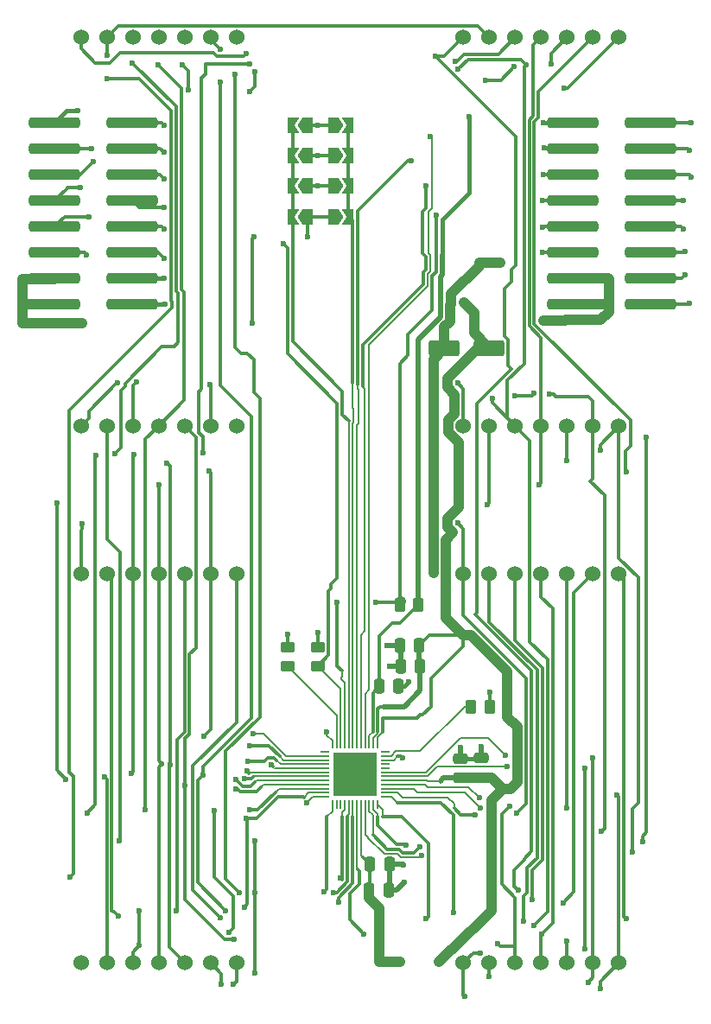
<source format=gbr>
%TF.GenerationSoftware,KiCad,Pcbnew,8.0.5*%
%TF.CreationDate,2025-02-27T20:45:01-08:00*%
%TF.ProjectId,ledaray,6c656461-7261-4792-9e6b-696361645f70,rev?*%
%TF.SameCoordinates,Original*%
%TF.FileFunction,Copper,L1,Top*%
%TF.FilePolarity,Positive*%
%FSLAX46Y46*%
G04 Gerber Fmt 4.6, Leading zero omitted, Abs format (unit mm)*
G04 Created by KiCad (PCBNEW 8.0.5) date 2025-02-27 20:45:01*
%MOMM*%
%LPD*%
G01*
G04 APERTURE LIST*
G04 Aperture macros list*
%AMRoundRect*
0 Rectangle with rounded corners*
0 $1 Rounding radius*
0 $2 $3 $4 $5 $6 $7 $8 $9 X,Y pos of 4 corners*
0 Add a 4 corners polygon primitive as box body*
4,1,4,$2,$3,$4,$5,$6,$7,$8,$9,$2,$3,0*
0 Add four circle primitives for the rounded corners*
1,1,$1+$1,$2,$3*
1,1,$1+$1,$4,$5*
1,1,$1+$1,$6,$7*
1,1,$1+$1,$8,$9*
0 Add four rect primitives between the rounded corners*
20,1,$1+$1,$2,$3,$4,$5,0*
20,1,$1+$1,$4,$5,$6,$7,0*
20,1,$1+$1,$6,$7,$8,$9,0*
20,1,$1+$1,$8,$9,$2,$3,0*%
%AMFreePoly0*
4,1,6,1.000000,0.000000,0.500000,-0.750000,-0.500000,-0.750000,-0.500000,0.750000,0.500000,0.750000,1.000000,0.000000,1.000000,0.000000,$1*%
%AMFreePoly1*
4,1,6,0.500000,-0.750000,-0.650000,-0.750000,-0.150000,0.000000,-0.650000,0.750000,0.500000,0.750000,0.500000,-0.750000,0.500000,-0.750000,$1*%
G04 Aperture macros list end*
%TA.AperFunction,SMDPad,CuDef*%
%ADD10FreePoly0,0.000000*%
%TD*%
%TA.AperFunction,SMDPad,CuDef*%
%ADD11FreePoly1,0.000000*%
%TD*%
%TA.AperFunction,SMDPad,CuDef*%
%ADD12FreePoly0,180.000000*%
%TD*%
%TA.AperFunction,SMDPad,CuDef*%
%ADD13FreePoly1,180.000000*%
%TD*%
%TA.AperFunction,SMDPad,CuDef*%
%ADD14RoundRect,0.250000X0.475000X-0.250000X0.475000X0.250000X-0.475000X0.250000X-0.475000X-0.250000X0*%
%TD*%
%TA.AperFunction,SMDPad,CuDef*%
%ADD15RoundRect,0.250000X-0.250000X-0.475000X0.250000X-0.475000X0.250000X0.475000X-0.250000X0.475000X0*%
%TD*%
%TA.AperFunction,SMDPad,CuDef*%
%ADD16RoundRect,0.250000X-0.262500X-0.450000X0.262500X-0.450000X0.262500X0.450000X-0.262500X0.450000X0*%
%TD*%
%TA.AperFunction,SMDPad,CuDef*%
%ADD17RoundRect,0.050000X-0.375000X-0.050000X0.375000X-0.050000X0.375000X0.050000X-0.375000X0.050000X0*%
%TD*%
%TA.AperFunction,SMDPad,CuDef*%
%ADD18RoundRect,0.050000X-0.050000X-0.375000X0.050000X-0.375000X0.050000X0.375000X-0.050000X0.375000X0*%
%TD*%
%TA.AperFunction,HeatsinkPad*%
%ADD19R,4.200000X4.200000*%
%TD*%
%TA.AperFunction,SMDPad,CuDef*%
%ADD20RoundRect,0.250000X0.262500X0.450000X-0.262500X0.450000X-0.262500X-0.450000X0.262500X-0.450000X0*%
%TD*%
%TA.AperFunction,SMDPad,CuDef*%
%ADD21RoundRect,0.250000X0.450000X-0.262500X0.450000X0.262500X-0.450000X0.262500X-0.450000X-0.262500X0*%
%TD*%
%TA.AperFunction,SMDPad,CuDef*%
%ADD22RoundRect,0.250000X0.250000X0.475000X-0.250000X0.475000X-0.250000X-0.475000X0.250000X-0.475000X0*%
%TD*%
%TA.AperFunction,SMDPad,CuDef*%
%ADD23RoundRect,0.250000X1.250000X0.550000X-1.250000X0.550000X-1.250000X-0.550000X1.250000X-0.550000X0*%
%TD*%
%TA.AperFunction,SMDPad,CuDef*%
%ADD24RoundRect,0.255000X-2.245000X-0.255000X2.245000X-0.255000X2.245000X0.255000X-2.245000X0.255000X0*%
%TD*%
%TA.AperFunction,ComponentPad*%
%ADD25C,1.524000*%
%TD*%
%TA.AperFunction,ViaPad*%
%ADD26C,0.600000*%
%TD*%
%TA.AperFunction,Conductor*%
%ADD27C,1.000000*%
%TD*%
%TA.AperFunction,Conductor*%
%ADD28C,0.400000*%
%TD*%
%TA.AperFunction,Conductor*%
%ADD29C,0.500000*%
%TD*%
%TA.AperFunction,Conductor*%
%ADD30C,0.300000*%
%TD*%
%TA.AperFunction,Conductor*%
%ADD31C,0.200000*%
%TD*%
G04 APERTURE END LIST*
D10*
%TO.P,JP10,1,A*%
%TO.N,/VCC*%
X103550002Y-60000000D03*
D11*
%TO.P,JP10,2,B*%
%TO.N,/ADDR1*%
X105000000Y-60000000D03*
%TD*%
D10*
%TO.P,JP9,1,A*%
%TO.N,/SDA*%
X103550002Y-57000000D03*
D11*
%TO.P,JP9,2,B*%
%TO.N,/ADDR1*%
X105000000Y-57000000D03*
%TD*%
D10*
%TO.P,JP8,1,A*%
%TO.N,/SCL*%
X103550001Y-54000000D03*
D11*
%TO.P,JP8,2,B*%
%TO.N,/ADDR1*%
X104999999Y-54000000D03*
%TD*%
D10*
%TO.P,JP7,1,A*%
%TO.N,GND*%
X103550002Y-51000000D03*
D11*
%TO.P,JP7,2,B*%
%TO.N,/ADDR1*%
X105000000Y-51000000D03*
%TD*%
D12*
%TO.P,JP6,1,A*%
%TO.N,/VCC*%
X100999999Y-60000000D03*
D13*
%TO.P,JP6,2,B*%
%TO.N,/ADDR2*%
X99550001Y-60000000D03*
%TD*%
D12*
%TO.P,JP5,1,A*%
%TO.N,/SDA*%
X101000000Y-57000000D03*
D13*
%TO.P,JP5,2,B*%
%TO.N,/ADDR2*%
X99550002Y-57000000D03*
%TD*%
D12*
%TO.P,JP4,1,A*%
%TO.N,/SCL*%
X100999999Y-54000000D03*
D13*
%TO.P,JP4,2,B*%
%TO.N,/ADDR2*%
X99550001Y-54000000D03*
%TD*%
D12*
%TO.P,JP3,1,A*%
%TO.N,GND*%
X101000000Y-51000000D03*
D13*
%TO.P,JP3,2,B*%
%TO.N,/ADDR2*%
X99550002Y-51000000D03*
%TD*%
D14*
%TO.P,C3,1*%
%TO.N,/VCC*%
X118000000Y-114949999D03*
%TO.P,C3,2*%
%TO.N,GND*%
X118000000Y-113050001D03*
%TD*%
D15*
%TO.P,C2,1*%
%TO.N,/VIO*%
X108000000Y-106000000D03*
%TO.P,C2,2*%
%TO.N,GND*%
X109900000Y-106000000D03*
%TD*%
%TO.P,C4,1*%
%TO.N,/VCC*%
X107100002Y-123449999D03*
%TO.P,C4,2*%
%TO.N,GND*%
X109000000Y-123449999D03*
%TD*%
%TO.P,C6,1*%
%TO.N,/VCC*%
X107000000Y-126000000D03*
%TO.P,C6,2*%
%TO.N,GND*%
X108899998Y-126000000D03*
%TD*%
D16*
%TO.P,R2,1*%
%TO.N,/ISET*%
X117000000Y-108000000D03*
%TO.P,R2,2*%
%TO.N,GND*%
X118825000Y-108000000D03*
%TD*%
D17*
%TO.P,U1,1,NC*%
%TO.N,unconnected-(U1-NC-Pad1)*%
X102675000Y-112425000D03*
%TO.P,U1,2,SW1*%
%TO.N,/SW1*%
X102675000Y-112825000D03*
%TO.P,U1,3,SW2*%
%TO.N,/SW2*%
X102675000Y-113225000D03*
%TO.P,U1,4,SW3*%
%TO.N,/SW3*%
X102675000Y-113625000D03*
%TO.P,U1,5,PGND*%
%TO.N,GND*%
X102675000Y-114025000D03*
%TO.P,U1,6,SW4*%
%TO.N,/SW4*%
X102675000Y-114425000D03*
%TO.P,U1,7,SW5*%
%TO.N,/SW5*%
X102675000Y-114825000D03*
%TO.P,U1,8,SW6*%
%TO.N,/SW6*%
X102675000Y-115225000D03*
%TO.P,U1,9,SW7*%
%TO.N,/SW7*%
X102675000Y-115625000D03*
%TO.P,U1,10,SW8*%
%TO.N,/SW8*%
X102675000Y-116025000D03*
%TO.P,U1,11,SW9*%
%TO.N,/SW9*%
X102675000Y-116425000D03*
%TO.P,U1,12,PGND*%
%TO.N,GND*%
X102675000Y-116825000D03*
D18*
%TO.P,U1,13,SW10*%
%TO.N,/SW10*%
X103425000Y-117575000D03*
%TO.P,U1,14,SW11*%
%TO.N,/SW11*%
X103825000Y-117575000D03*
%TO.P,U1,15,SW12*%
%TO.N,/SW12*%
X104225000Y-117575000D03*
%TO.P,U1,16,CS1*%
%TO.N,/CS1*%
X104625000Y-117575000D03*
%TO.P,U1,17,CS2*%
%TO.N,/CS2*%
X105025000Y-117575000D03*
%TO.P,U1,18,CS3*%
%TO.N,/CS3*%
X105425000Y-117575000D03*
%TO.P,U1,19,CS4*%
%TO.N,/CS4*%
X105825000Y-117575000D03*
%TO.P,U1,20,PVCC*%
%TO.N,/VCC*%
X106225000Y-117575000D03*
%TO.P,U1,21,CS5*%
%TO.N,/CS5*%
X106625000Y-117575000D03*
%TO.P,U1,22,CS6*%
%TO.N,/CS6*%
X107025000Y-117575000D03*
%TO.P,U1,23,CS7*%
%TO.N,/CS7*%
X107425000Y-117575000D03*
%TO.P,U1,24,CS8*%
%TO.N,/CS8*%
X107825000Y-117575000D03*
D17*
%TO.P,U1,25,CS9*%
%TO.N,/CS9*%
X108575000Y-116825000D03*
%TO.P,U1,26,CS10*%
%TO.N,/CS10*%
X108575000Y-116425000D03*
%TO.P,U1,27,CS11*%
%TO.N,/CS11*%
X108575000Y-116025000D03*
%TO.P,U1,28,CS12*%
%TO.N,/CS12*%
X108575000Y-115625000D03*
%TO.P,U1,29,PVCC*%
%TO.N,/VCC*%
X108575000Y-115225000D03*
%TO.P,U1,30,CS13*%
%TO.N,/CS13*%
X108575000Y-114825000D03*
%TO.P,U1,31,CS14*%
%TO.N,/CS14*%
X108575000Y-114425000D03*
%TO.P,U1,32,CS15*%
%TO.N,/CS15*%
X108575000Y-114025000D03*
%TO.P,U1,33,CS16*%
%TO.N,/CS16*%
X108575000Y-113625000D03*
%TO.P,U1,34,AGND*%
%TO.N,GND*%
X108575000Y-113225000D03*
%TO.P,U1,35,RSET*%
%TO.N,/ISET*%
X108575000Y-112825000D03*
%TO.P,U1,36,NC*%
%TO.N,unconnected-(U1-NC-Pad36)*%
X108575000Y-112425000D03*
D18*
%TO.P,U1,37,AVCC*%
%TO.N,/VCC*%
X107825000Y-111675000D03*
%TO.P,U1,38,DVCC*%
X107425000Y-111675000D03*
%TO.P,U1,39,VIO*%
%TO.N,/VIO*%
X107025000Y-111675000D03*
%TO.P,U1,40,SYNC*%
%TO.N,/SYNC*%
X106625000Y-111675000D03*
%TO.P,U1,41,SDA*%
%TO.N,/SDA*%
X106225000Y-111675000D03*
%TO.P,U1,42,SCL*%
%TO.N,/SCL*%
X105825000Y-111675000D03*
%TO.P,U1,43,ADDR1*%
%TO.N,/ADDR1*%
X105425000Y-111675000D03*
%TO.P,U1,44,ADDR2*%
%TO.N,/ADDR2*%
X105025000Y-111675000D03*
%TO.P,U1,45,~{INTB}*%
%TO.N,/~{INTB}*%
X104625000Y-111675000D03*
%TO.P,U1,46,~{SDB}*%
%TO.N,/~{SDB}*%
X104225000Y-111675000D03*
%TO.P,U1,47,IICRST*%
%TO.N,Net-(U1-IICRST)*%
X103825000Y-111675000D03*
%TO.P,U1,48,GND*%
%TO.N,GND*%
X103425000Y-111675000D03*
D19*
%TO.P,U1,49,GND*%
X105625000Y-114625000D03*
%TD*%
D20*
%TO.P,R3,1*%
%TO.N,/VIO*%
X111825000Y-98000000D03*
%TO.P,R3,2*%
%TO.N,/~{INTB}*%
X110000000Y-98000000D03*
%TD*%
D21*
%TO.P,R1,2*%
%TO.N,GND*%
X99000000Y-102175000D03*
%TO.P,R1,1*%
%TO.N,Net-(U1-IICRST)*%
X99000000Y-104000000D03*
%TD*%
D22*
%TO.P,C5,1*%
%TO.N,/VCC*%
X112000000Y-104000000D03*
%TO.P,C5,2*%
%TO.N,GND*%
X110100002Y-104000000D03*
%TD*%
D14*
%TO.P,C8,1*%
%TO.N,/VCC*%
X116000000Y-115000000D03*
%TO.P,C8,2*%
%TO.N,GND*%
X116000000Y-113100002D03*
%TD*%
D22*
%TO.P,C7,1*%
%TO.N,/VCC*%
X111899998Y-102000000D03*
%TO.P,C7,2*%
%TO.N,GND*%
X110000000Y-102000000D03*
%TD*%
D23*
%TO.P,C9,1*%
%TO.N,/VCC*%
X118800000Y-72900000D03*
%TO.P,C9,2*%
%TO.N,GND*%
X114400000Y-72900000D03*
%TD*%
D24*
%TO.P,J1,1,Pin_1*%
%TO.N,/VIO*%
X127000000Y-50800000D03*
%TO.P,J1,2,Pin_2*%
%TO.N,GND*%
X134600000Y-50800000D03*
%TO.P,J1,3,Pin_3*%
%TO.N,/SYNC*%
X127000000Y-53340000D03*
%TO.P,J1,4,Pin_4*%
%TO.N,GND*%
X134600000Y-53340000D03*
%TO.P,J1,5,Pin_5*%
%TO.N,/SCL*%
X127000000Y-55880000D03*
%TO.P,J1,6,Pin_6*%
%TO.N,GND*%
X134600000Y-55880000D03*
%TO.P,J1,7,Pin_7*%
%TO.N,/SDA*%
X127000000Y-58420000D03*
%TO.P,J1,8,Pin_8*%
%TO.N,GND*%
X134600000Y-58420000D03*
%TO.P,J1,9,Pin_9*%
%TO.N,/~{INTB}*%
X127000000Y-60960000D03*
%TO.P,J1,10,Pin_10*%
%TO.N,GND*%
X134600000Y-60960000D03*
%TO.P,J1,11,Pin_11*%
%TO.N,/~{SDB}*%
X127000000Y-63500000D03*
%TO.P,J1,12,Pin_12*%
%TO.N,GND*%
X134600000Y-63500000D03*
%TO.P,J1,13,Pin_13*%
%TO.N,/VCC*%
X127000000Y-66040000D03*
%TO.P,J1,14,Pin_14*%
%TO.N,GND*%
X134600000Y-66040000D03*
%TO.P,J1,15,Pin_15*%
%TO.N,/VCC*%
X127000000Y-68580000D03*
%TO.P,J1,16,Pin_16*%
%TO.N,GND*%
X134600000Y-68580000D03*
%TD*%
D21*
%TO.P,R4,1*%
%TO.N,/~{SDB}*%
X102000000Y-104000000D03*
%TO.P,R4,2*%
%TO.N,GND*%
X102000000Y-102175000D03*
%TD*%
D24*
%TO.P,J3,1,Pin_1*%
%TO.N,/VIO*%
X76200000Y-50800000D03*
%TO.P,J3,2,Pin_2*%
%TO.N,GND*%
X83800000Y-50800000D03*
%TO.P,J3,3,Pin_3*%
%TO.N,/SYNC*%
X76200000Y-53340000D03*
%TO.P,J3,4,Pin_4*%
%TO.N,GND*%
X83800000Y-53340000D03*
%TO.P,J3,5,Pin_5*%
%TO.N,/SCL*%
X76200000Y-55880000D03*
%TO.P,J3,6,Pin_6*%
%TO.N,GND*%
X83800000Y-55880000D03*
%TO.P,J3,7,Pin_7*%
%TO.N,/SDA*%
X76200000Y-58420000D03*
%TO.P,J3,8,Pin_8*%
%TO.N,GND*%
X83800000Y-58420000D03*
%TO.P,J3,9,Pin_9*%
%TO.N,/~{INTB}*%
X76200000Y-60960000D03*
%TO.P,J3,10,Pin_10*%
%TO.N,GND*%
X83800000Y-60960000D03*
%TO.P,J3,11,Pin_11*%
%TO.N,/~{SDB}*%
X76200000Y-63500000D03*
%TO.P,J3,12,Pin_12*%
%TO.N,GND*%
X83800000Y-63500000D03*
%TO.P,J3,13,Pin_13*%
%TO.N,/VCC*%
X76200000Y-66040000D03*
%TO.P,J3,14,Pin_14*%
%TO.N,GND*%
X83800000Y-66040000D03*
%TO.P,J3,15,Pin_15*%
%TO.N,/VCC*%
X76200000Y-68580000D03*
%TO.P,J3,16,Pin_16*%
%TO.N,GND*%
X83800000Y-68580000D03*
%TD*%
D25*
%TO.P,U2,1,R5*%
%TO.N,/CS5*%
X131500000Y-80500000D03*
%TO.P,U2,2,R7*%
%TO.N,/CS7*%
X128960000Y-80500000D03*
%TO.P,U2,3,C2*%
%TO.N,/SW2*%
X126420000Y-80500000D03*
%TO.P,U2,4,C3*%
%TO.N,/SW3*%
X123880000Y-80500000D03*
%TO.P,U2,5,R4*%
%TO.N,/CS4*%
X121340000Y-80500000D03*
%TO.P,U2,6,C5*%
%TO.N,/SW5*%
X118800000Y-80500000D03*
%TO.P,U2,7,R6*%
%TO.N,/CS6*%
X116260000Y-80500000D03*
%TO.P,U2,8,R3*%
%TO.N,/CS3*%
X116260000Y-42400000D03*
%TO.P,U2,9,R1*%
%TO.N,/CS1*%
X118800000Y-42400000D03*
%TO.P,U2,10,C4*%
%TO.N,/SW4*%
X121340000Y-42400000D03*
%TO.P,U2,11,C3*%
%TO.N,/SW3*%
X123880000Y-42400000D03*
%TO.P,U2,12,R4*%
%TO.N,/CS4*%
X126420000Y-42400000D03*
%TO.P,U2,13,C1*%
%TO.N,/SW1*%
X128960000Y-42400000D03*
%TO.P,U2,14,R2*%
%TO.N,/CS2*%
X131500000Y-42400000D03*
%TD*%
%TO.P,U5,1,R5*%
%TO.N,/CS12*%
X131500000Y-133100000D03*
%TO.P,U5,2,R7*%
%TO.N,/CS14*%
X128960000Y-133100000D03*
%TO.P,U5,3,C2*%
%TO.N,/SW7*%
X126420000Y-133100000D03*
%TO.P,U5,4,C3*%
%TO.N,/SW8*%
X123880000Y-133100000D03*
%TO.P,U5,5,R4*%
%TO.N,/CS11*%
X121340000Y-133100000D03*
%TO.P,U5,6,C5*%
%TO.N,/SW10*%
X118800000Y-133100000D03*
%TO.P,U5,7,R6*%
%TO.N,/CS13*%
X116260000Y-133100000D03*
%TO.P,U5,8,R3*%
%TO.N,/CS10*%
X116260000Y-95000000D03*
%TO.P,U5,9,R1*%
%TO.N,/CS8*%
X118800000Y-95000000D03*
%TO.P,U5,10,C4*%
%TO.N,/SW9*%
X121340000Y-95000000D03*
%TO.P,U5,11,C3*%
%TO.N,/SW8*%
X123880000Y-95000000D03*
%TO.P,U5,12,R4*%
%TO.N,/CS11*%
X126420000Y-95000000D03*
%TO.P,U5,13,C1*%
%TO.N,/SW6*%
X128960000Y-95000000D03*
%TO.P,U5,14,R2*%
%TO.N,/CS9*%
X131500000Y-95000000D03*
%TD*%
%TO.P,U3,1,R5*%
%TO.N,/CS5*%
X94000000Y-80500000D03*
%TO.P,U3,2,R7*%
%TO.N,/CS7*%
X91460000Y-80500000D03*
%TO.P,U3,3,C2*%
%TO.N,/SW7*%
X88920000Y-80500000D03*
%TO.P,U3,4,C3*%
%TO.N,/SW8*%
X86380000Y-80500000D03*
%TO.P,U3,5,R4*%
%TO.N,/CS4*%
X83840000Y-80500000D03*
%TO.P,U3,6,C5*%
%TO.N,/SW10*%
X81300000Y-80500000D03*
%TO.P,U3,7,R6*%
%TO.N,/CS6*%
X78760000Y-80500000D03*
%TO.P,U3,8,R3*%
%TO.N,/CS3*%
X78760000Y-42400000D03*
%TO.P,U3,9,R1*%
%TO.N,/CS1*%
X81300000Y-42400000D03*
%TO.P,U3,10,C4*%
%TO.N,/SW9*%
X83840000Y-42400000D03*
%TO.P,U3,11,C3*%
%TO.N,/SW8*%
X86380000Y-42400000D03*
%TO.P,U3,12,R4*%
%TO.N,/CS4*%
X88920000Y-42400000D03*
%TO.P,U3,13,C1*%
%TO.N,/SW6*%
X91460000Y-42400000D03*
%TO.P,U3,14,R2*%
%TO.N,/CS2*%
X94000000Y-42400000D03*
%TD*%
%TO.P,U4,1,R5*%
%TO.N,/CS12*%
X94000000Y-133100000D03*
%TO.P,U4,2,R7*%
%TO.N,/CS14*%
X91460000Y-133100000D03*
%TO.P,U4,3,C2*%
%TO.N,/SW2*%
X88920000Y-133100000D03*
%TO.P,U4,4,C3*%
%TO.N,/SW3*%
X86380000Y-133100000D03*
%TO.P,U4,5,R4*%
%TO.N,/CS11*%
X83840000Y-133100000D03*
%TO.P,U4,6,C5*%
%TO.N,/SW5*%
X81300000Y-133100000D03*
%TO.P,U4,7,R6*%
%TO.N,/CS13*%
X78760000Y-133100000D03*
%TO.P,U4,8,R3*%
%TO.N,/CS10*%
X78760000Y-95000000D03*
%TO.P,U4,9,R1*%
%TO.N,/CS8*%
X81300000Y-95000000D03*
%TO.P,U4,10,C4*%
%TO.N,/SW4*%
X83840000Y-95000000D03*
%TO.P,U4,11,C3*%
%TO.N,/SW3*%
X86380000Y-95000000D03*
%TO.P,U4,12,R4*%
%TO.N,/CS11*%
X88920000Y-95000000D03*
%TO.P,U4,13,C1*%
%TO.N,/SW1*%
X91460000Y-95000000D03*
%TO.P,U4,14,R2*%
%TO.N,/CS9*%
X94000000Y-95000000D03*
%TD*%
D26*
%TO.N,GND*%
X115999995Y-112000005D03*
X110400000Y-123500000D03*
X108800000Y-102000000D03*
X109000000Y-104000000D03*
%TO.N,/VCC*%
X95700000Y-62000000D03*
%TO.N,/~{INTB}*%
X113600000Y-59800000D03*
%TO.N,/VCC*%
X95600000Y-70400000D03*
%TO.N,/~{SDB}*%
X98600000Y-62650000D03*
%TO.N,/SCL*%
X111100000Y-54500000D03*
%TO.N,/SDA*%
X112560091Y-57000000D03*
X78740000Y-57150000D03*
%TO.N,/SCL*%
X80010000Y-54610000D03*
%TO.N,GND*%
X102000000Y-51000000D03*
%TO.N,/VCC*%
X101000000Y-62000000D03*
%TO.N,/SCL*%
X102000000Y-54000000D03*
%TO.N,/SDA*%
X102000000Y-57000000D03*
%TO.N,GND*%
X106000000Y-115300000D03*
X110500000Y-125200000D03*
X118000000Y-111900000D03*
X86900000Y-64100000D03*
X138000000Y-63400000D03*
X107000000Y-115300000D03*
X103900000Y-114100000D03*
X103900000Y-116400000D03*
X138400000Y-53500000D03*
X110899996Y-105600000D03*
X97400000Y-113700000D03*
X117800000Y-64500000D03*
X104900000Y-113000000D03*
X86900000Y-59100000D03*
X118900000Y-64500000D03*
X86900000Y-61200000D03*
X113300000Y-93900000D03*
X86900000Y-51000000D03*
X137800000Y-58400000D03*
X86900000Y-53700000D03*
X113300000Y-94900000D03*
X107000000Y-113000000D03*
X103900000Y-113000000D03*
X110300000Y-113025000D03*
X103900000Y-115300000D03*
X137800000Y-61200000D03*
X138400000Y-68500000D03*
X138600000Y-50800000D03*
X138600000Y-56100000D03*
X106000000Y-116400000D03*
X113300000Y-91200000D03*
X118825000Y-106600000D03*
X102875001Y-110462502D03*
X104900000Y-115300000D03*
X87000000Y-68600000D03*
X86900000Y-66000000D03*
X138000000Y-65700000D03*
X107000000Y-116400000D03*
X119900000Y-64500000D03*
X99000000Y-100900000D03*
X104900000Y-116400000D03*
X106000000Y-114100000D03*
X100926160Y-117449382D03*
X86900000Y-56300000D03*
X104900000Y-114100000D03*
X113300000Y-92500010D03*
X102000000Y-100700000D03*
X106000000Y-113000000D03*
%TO.N,/VIO*%
X124100000Y-50800000D03*
X116800000Y-50200000D03*
X78500000Y-49600000D03*
%TO.N,/VCC*%
X126200000Y-70200000D03*
X113850000Y-133000000D03*
X108000000Y-133000000D03*
X114425000Y-132425000D03*
X125200000Y-70200000D03*
X123900000Y-70200000D03*
X116300000Y-68417978D03*
X115000000Y-131850000D03*
X77900000Y-70400000D03*
X109000000Y-133000000D03*
X76600000Y-70400000D03*
X78900000Y-70400000D03*
X110000000Y-133000000D03*
X117291012Y-69408990D03*
%TO.N,/~{INTB}*%
X103900000Y-97800000D03*
X124050000Y-61000000D03*
X79600000Y-60000000D03*
X107700000Y-97800000D03*
%TO.N,/~{SDB}*%
X124050000Y-63500000D03*
X79300000Y-63700000D03*
%TO.N,/SW8*%
X93255663Y-130105864D03*
X91801623Y-118200002D03*
X95300000Y-118100000D03*
X123900000Y-130300000D03*
X86300000Y-45100000D03*
X85099998Y-118100000D03*
%TO.N,/SW4*%
X115482646Y-44746515D03*
X84000000Y-83300000D03*
X95045842Y-114245509D03*
X90732000Y-83100000D03*
X95300000Y-45000000D03*
X83700000Y-114500000D03*
%TO.N,/SW2*%
X95300000Y-111800002D03*
X87500000Y-113675665D03*
X126400000Y-83900000D03*
X87200000Y-84100000D03*
%TO.N,/SW6*%
X93959545Y-115140455D03*
X92965513Y-128000000D03*
X92400000Y-46800000D03*
X90700000Y-114700000D03*
X126005025Y-127205025D03*
X92400000Y-43600000D03*
%TO.N,/CS5*%
X132800246Y-122200000D03*
X112143284Y-122537839D03*
X129660000Y-82848575D03*
%TO.N,/CS12*%
X131300000Y-116644975D03*
X93724783Y-135200000D03*
X129700000Y-135600000D03*
X117831253Y-116930544D03*
%TO.N,/CS1*%
X77700000Y-124700000D03*
X81300000Y-44200000D03*
X81300000Y-46500000D03*
X104200000Y-124800000D03*
%TO.N,/CS2*%
X94300000Y-126200000D03*
X103504588Y-126199986D03*
X126100000Y-47431945D03*
X121243516Y-45266534D03*
X118400000Y-46600000D03*
X93900000Y-46000000D03*
%TO.N,/SW9*%
X83800000Y-44900000D03*
X79400000Y-118400000D03*
X94762713Y-127646608D03*
X80200000Y-83400000D03*
X123000000Y-126874242D03*
X82100000Y-83200000D03*
X95000000Y-118900000D03*
%TO.N,/SW7*%
X126400000Y-131000000D03*
X89000000Y-115700000D03*
X93949925Y-116050075D03*
X93746254Y-130800000D03*
%TO.N,/CS10*%
X78900000Y-90100000D03*
X115700000Y-90000000D03*
X121466014Y-118400000D03*
X117400000Y-118600000D03*
%TO.N,/SCL*%
X124100000Y-55900000D03*
%TO.N,/CS13*%
X120500000Y-113900000D03*
X128200000Y-114000000D03*
X117945535Y-132108774D03*
X116400000Y-136400000D03*
X128200000Y-131700000D03*
%TO.N,/CS4*%
X115744975Y-45555025D03*
X123180000Y-129400000D03*
X122400000Y-45100000D03*
X106462713Y-130250000D03*
X124832410Y-45004283D03*
X88700000Y-45100000D03*
X95800000Y-45800000D03*
X95300000Y-47700000D03*
X84200000Y-76200000D03*
X89300000Y-47600000D03*
X119094975Y-77794975D03*
%TO.N,/SW1*%
X90800000Y-110900000D03*
X95609620Y-110609620D03*
X132200000Y-85000000D03*
X91300000Y-84900000D03*
%TO.N,/SDA*%
X124050000Y-58400000D03*
%TO.N,/SYNC*%
X79800000Y-53300000D03*
X124200004Y-53200000D03*
X113000000Y-52100000D03*
%TO.N,/CS6*%
X115700000Y-76300000D03*
X133800000Y-121200000D03*
X112000000Y-121700000D03*
X82388672Y-76288672D03*
X134200000Y-81600000D03*
%TO.N,/CS11*%
X119600000Y-131200000D03*
X88100000Y-128000000D03*
X84500000Y-131400000D03*
X117930602Y-117949132D03*
X120766014Y-117718139D03*
X126400000Y-117908591D03*
X84500000Y-128000000D03*
%TO.N,/SW10*%
X82500000Y-121100000D03*
X95800000Y-121100000D03*
X95800000Y-134100000D03*
X102557312Y-126157312D03*
X95800000Y-126200000D03*
X118800000Y-134400000D03*
%TO.N,/CS8*%
X122132843Y-129022794D03*
X112600000Y-128750000D03*
X82400000Y-128500000D03*
%TO.N,/CS14*%
X128500000Y-135000000D03*
X92500000Y-135200000D03*
X120400000Y-112800000D03*
X128960000Y-113040000D03*
%TO.N,/CS7*%
X121278001Y-77500000D03*
X91400000Y-76400000D03*
X110600000Y-121600000D03*
X123200000Y-77300000D03*
X124700000Y-77400000D03*
X129800000Y-120200000D03*
%TO.N,/SW5*%
X94796422Y-115058093D03*
X77300000Y-115100000D03*
X118600000Y-88200000D03*
X81100000Y-114890476D03*
X76400000Y-88000000D03*
%TO.N,/SW3*%
X86400000Y-86300000D03*
X123700000Y-86300000D03*
X95151729Y-113361445D03*
X86700000Y-113600000D03*
%TO.N,/CS3*%
X95000000Y-44000000D03*
X113500000Y-44300000D03*
X121600000Y-126000000D03*
X104000000Y-127149996D03*
%TO.N,/CS9*%
X115300000Y-128200000D03*
X132200000Y-128800000D03*
X92400198Y-128700000D03*
%TO.N,GND*%
X107000000Y-114100000D03*
%TD*%
D27*
%TO.N,/VCC*%
X117291012Y-71391012D02*
X117291012Y-69408990D01*
X116300000Y-68417978D02*
X117291012Y-69408990D01*
X118800000Y-72900000D02*
X117291012Y-71391012D01*
D28*
%TO.N,GND*%
X109900000Y-106000000D02*
X110499996Y-106000000D01*
X110499996Y-106000000D02*
X110899996Y-105600000D01*
D29*
%TO.N,/VCC*%
X112000000Y-106431371D02*
X110431371Y-108000000D01*
X112000000Y-104000000D02*
X112000000Y-106431371D01*
X110431371Y-108000000D02*
X108400000Y-108000000D01*
D30*
%TO.N,GND*%
X118825000Y-108000000D02*
X118825000Y-106600000D01*
D29*
X116000000Y-113100002D02*
X116000000Y-112000010D01*
X116000000Y-112000010D02*
X115999995Y-112000005D01*
X118000000Y-113050001D02*
X118000000Y-111900000D01*
X110349999Y-123449999D02*
X110400000Y-123500000D01*
X109000000Y-123449999D02*
X110349999Y-123449999D01*
X110000000Y-102000000D02*
X108800000Y-102000000D01*
X110100002Y-104000000D02*
X109000000Y-104000000D01*
X110100002Y-102100002D02*
X110000000Y-102000000D01*
X110100002Y-104000000D02*
X110100002Y-102100002D01*
X109700000Y-126000000D02*
X110500000Y-125200000D01*
X108899998Y-126000000D02*
X109700000Y-126000000D01*
X109000000Y-125899998D02*
X108899998Y-126000000D01*
X109000000Y-123449999D02*
X109000000Y-125899998D01*
D31*
%TO.N,/ISET*%
X112025000Y-112375000D02*
X116400000Y-108000000D01*
X109651104Y-112375000D02*
X112025000Y-112375000D01*
X116400000Y-108000000D02*
X117000000Y-108000000D01*
X108575000Y-112825000D02*
X109201104Y-112825000D01*
X109201104Y-112825000D02*
X109651104Y-112375000D01*
D30*
%TO.N,GND*%
X109787500Y-112875000D02*
X110150000Y-112875000D01*
X110150000Y-112875000D02*
X110300000Y-113025000D01*
D31*
%TO.N,/~{SDB}*%
X104225000Y-106225000D02*
X104225000Y-111675000D01*
X102000000Y-104000000D02*
X104225000Y-106225000D01*
%TO.N,Net-(U1-IICRST)*%
X103825000Y-108825000D02*
X103825000Y-111675000D01*
X99000000Y-104000000D02*
X103825000Y-108825000D01*
D30*
%TO.N,/SW9*%
X96007106Y-118900000D02*
X95000000Y-118900000D01*
X98107106Y-116800000D02*
X96007106Y-118900000D01*
X100546880Y-116800000D02*
X98107106Y-116800000D01*
X100621880Y-116875000D02*
X100546880Y-116800000D01*
%TO.N,/SW7*%
X96000000Y-116300000D02*
X96400000Y-115900000D01*
X94411983Y-116300000D02*
X96000000Y-116300000D01*
X94162058Y-116050075D02*
X94411983Y-116300000D01*
X93949925Y-116050075D02*
X94162058Y-116050075D01*
%TO.N,/SW6*%
X95407106Y-115800000D02*
X95832106Y-115375000D01*
X94619090Y-115800000D02*
X95407106Y-115800000D01*
X93959545Y-115140455D02*
X94619090Y-115800000D01*
%TO.N,/CS2*%
X92975000Y-124875000D02*
X94300000Y-126200000D01*
X96300000Y-109000000D02*
X92975000Y-112325000D01*
X95731996Y-74012757D02*
X95731996Y-77236596D01*
X96300000Y-77804600D02*
X96300000Y-109000000D01*
X94453553Y-73346447D02*
X95065686Y-73346447D01*
X93900000Y-72792894D02*
X94453553Y-73346447D01*
X93900000Y-46000000D02*
X93900000Y-72792894D01*
X95065686Y-73346447D02*
X95731996Y-74012757D01*
X92975000Y-112325000D02*
X92975000Y-124875000D01*
X95731996Y-77236596D02*
X96300000Y-77804600D01*
%TO.N,/SW8*%
X86380000Y-80500000D02*
X85099998Y-81780002D01*
X85099998Y-81780002D02*
X85099998Y-118100000D01*
X91801623Y-124691573D02*
X91801623Y-118200002D01*
X93680608Y-126570558D02*
X91801623Y-124691573D01*
X93680608Y-129680919D02*
X93680608Y-126570558D01*
X93255663Y-130105864D02*
X93680608Y-129680919D01*
X96100000Y-118100000D02*
X95300000Y-118100000D01*
X97825000Y-116375000D02*
X96100000Y-118100000D01*
%TO.N,/SW9*%
X95050911Y-127358410D02*
X95050911Y-118950911D01*
X94762713Y-127646608D02*
X95050911Y-127358410D01*
X95050911Y-118950911D02*
X95000000Y-118900000D01*
%TO.N,/SW6*%
X90199991Y-115200009D02*
X90700000Y-114700000D01*
X90199991Y-125234478D02*
X90199991Y-115200009D01*
X95442894Y-109150000D02*
X90700000Y-113892894D01*
X95442894Y-79564980D02*
X95442894Y-109150000D01*
X92400000Y-46800000D02*
X92400000Y-76522086D01*
X90700000Y-113892894D02*
X90700000Y-114700000D01*
X92965513Y-128000000D02*
X90199991Y-125234478D01*
X92400000Y-76522086D02*
X95442894Y-79564980D01*
%TO.N,/SW3*%
X96748605Y-113361445D02*
X95151729Y-113361445D01*
X97110050Y-113000000D02*
X96748605Y-113361445D01*
X97689950Y-113000000D02*
X97110050Y-113000000D01*
X97944975Y-113255025D02*
X97689950Y-113000000D01*
%TO.N,/SW2*%
X97197059Y-111800002D02*
X95300000Y-111800002D01*
X98272057Y-112875000D02*
X97197059Y-111800002D01*
D31*
%TO.N,/SW1*%
X96643073Y-110609620D02*
X98858453Y-112825000D01*
X95609620Y-110609620D02*
X96643073Y-110609620D01*
X98858453Y-112825000D02*
X102675000Y-112825000D01*
D30*
X91460000Y-110240000D02*
X90800000Y-110900000D01*
X91460000Y-95000000D02*
X91460000Y-110240000D01*
%TO.N,/SW7*%
X89000000Y-111107107D02*
X89000000Y-115700000D01*
X89420000Y-110687107D02*
X89000000Y-111107107D01*
X90032000Y-102260894D02*
X89420000Y-102872894D01*
X89420000Y-102872894D02*
X89420000Y-110687107D01*
X90032000Y-81612000D02*
X90032000Y-102260894D01*
X88920000Y-80500000D02*
X90032000Y-81612000D01*
X92871549Y-130800000D02*
X89000000Y-126928451D01*
X93746254Y-130800000D02*
X92871549Y-130800000D01*
%TO.N,/CS9*%
X89700000Y-125999802D02*
X92400198Y-128700000D01*
X89700000Y-113800000D02*
X89700000Y-125999802D01*
X94000000Y-95000000D02*
X94000000Y-109500000D01*
X94000000Y-109500000D02*
X89700000Y-113800000D01*
%TO.N,/SW7*%
X89000000Y-126928451D02*
X89000000Y-115700000D01*
%TO.N,/CS10*%
X122400000Y-117466014D02*
X121466014Y-118400000D01*
X122400000Y-105197918D02*
X122400000Y-117466014D01*
X116260000Y-99057918D02*
X122400000Y-105197918D01*
X116260000Y-95000000D02*
X116260000Y-99057918D01*
%TO.N,/CS6*%
X111400000Y-122300000D02*
X112000000Y-121700000D01*
X110310050Y-122300000D02*
X111400000Y-122300000D01*
X108794239Y-121974999D02*
X109985049Y-121974999D01*
X109985049Y-121974999D02*
X110310050Y-122300000D01*
X107375000Y-120555760D02*
X108794239Y-121974999D01*
%TO.N,/CS5*%
X133400000Y-117407106D02*
X132800246Y-118006860D01*
X131500000Y-93427394D02*
X133400000Y-95327394D01*
X132800246Y-118006860D02*
X132800246Y-122200000D01*
X131500000Y-80500000D02*
X131500000Y-93427394D01*
X133400000Y-95327394D02*
X133400000Y-117407106D01*
%TO.N,/SW10*%
X102875000Y-118787500D02*
X102875000Y-125839624D01*
%TO.N,/CS2*%
X104875000Y-125143325D02*
X103818339Y-126199986D01*
X103818339Y-126199986D02*
X103504588Y-126199986D01*
X104875000Y-118787500D02*
X104875000Y-125143325D01*
%TO.N,/SW10*%
X95800000Y-121100000D02*
X95800000Y-126200000D01*
X95800000Y-134100000D02*
X95800000Y-126200000D01*
X102875000Y-125839624D02*
X102557312Y-126157312D01*
%TO.N,/CS12*%
X94000000Y-133100000D02*
X94000000Y-134924783D01*
X94000000Y-134924783D02*
X93724783Y-135200000D01*
%TO.N,GND*%
X83800000Y-63500000D02*
X86300000Y-63500000D01*
X86300000Y-63500000D02*
X86900000Y-64100000D01*
%TO.N,/~{SDB}*%
X79100000Y-63500000D02*
X79300000Y-63700000D01*
X76200000Y-63500000D02*
X79100000Y-63500000D01*
%TO.N,/VCC*%
X95600000Y-62100000D02*
X95700000Y-62000000D01*
X95600000Y-70400000D02*
X95600000Y-62100000D01*
%TO.N,/SCL*%
X105875000Y-59425000D02*
X110800000Y-54500000D01*
X105875000Y-76432106D02*
X105875000Y-59425000D01*
X110800000Y-54500000D02*
X111100000Y-54500000D01*
%TO.N,/VIO*%
X114200000Y-63700000D02*
X114200000Y-63500000D01*
X114200000Y-63500000D02*
X114160091Y-63460091D01*
%TO.N,/~{INTB}*%
X113200000Y-69136396D02*
X113200000Y-65800000D01*
X110800000Y-71536396D02*
X113200000Y-69136396D01*
D29*
%TO.N,/VIO*%
X114200000Y-65648528D02*
X114200000Y-63700000D01*
X111825000Y-98000000D02*
X111825000Y-72023528D01*
D30*
%TO.N,/~{INTB}*%
X110800000Y-73600000D02*
X110800000Y-71536396D01*
D28*
%TO.N,/VIO*%
X116800000Y-50200000D02*
X116800000Y-57660661D01*
D30*
%TO.N,/SDA*%
X112300000Y-66627208D02*
X106375000Y-72552208D01*
X112200000Y-63572792D02*
X112560091Y-63932883D01*
X106375000Y-72552208D02*
X106375000Y-76639212D01*
X112200000Y-59544365D02*
X112200000Y-63572792D01*
X112560091Y-59184274D02*
X112200000Y-59544365D01*
%TO.N,/~{INTB}*%
X113200000Y-65800000D02*
X113600000Y-65400000D01*
D31*
%TO.N,/SYNC*%
X113210091Y-52310091D02*
X113000000Y-52100000D01*
X112850000Y-59530761D02*
X113210091Y-59170670D01*
X112850000Y-63586396D02*
X112850000Y-59530761D01*
D30*
%TO.N,/SDA*%
X112560091Y-57000000D02*
X112560091Y-59184274D01*
D31*
%TO.N,/SYNC*%
X113010091Y-63746487D02*
X112850000Y-63586396D01*
X113010091Y-65353513D02*
X113010091Y-63746487D01*
D30*
%TO.N,/SDA*%
X112560091Y-65167117D02*
X112300000Y-65427208D01*
D31*
%TO.N,/SYNC*%
X112750000Y-65613604D02*
X113010091Y-65353513D01*
X112750000Y-66813604D02*
X112750000Y-65613604D01*
X107000000Y-72563604D02*
X112750000Y-66813604D01*
X113210091Y-59170670D02*
X113210091Y-52310091D01*
D29*
%TO.N,/VIO*%
X114000000Y-65848528D02*
X114200000Y-65648528D01*
D28*
X116800000Y-57660661D02*
X114160091Y-60300570D01*
D29*
X114000000Y-69848528D02*
X114000000Y-65848528D01*
D30*
%TO.N,/~{INTB}*%
X113600000Y-65400000D02*
X113600000Y-59800000D01*
D27*
%TO.N,GND*%
X114850000Y-70342030D02*
X114400000Y-70792030D01*
D29*
%TO.N,/VIO*%
X111825000Y-72023528D02*
X114000000Y-69848528D01*
D31*
%TO.N,/SYNC*%
X106625000Y-106738604D02*
X107000000Y-106363604D01*
D27*
%TO.N,GND*%
X114400000Y-70792030D02*
X114400000Y-72900000D01*
X114950000Y-70242031D02*
X114850000Y-70342030D01*
X115050000Y-68542031D02*
X114950000Y-68642030D01*
X117800000Y-64500000D02*
X117800000Y-64802944D01*
X115050000Y-67552944D02*
X115050000Y-68542031D01*
X114950000Y-68642030D02*
X114950000Y-70242031D01*
D31*
%TO.N,/SYNC*%
X107000000Y-106363604D02*
X107000000Y-72563604D01*
D27*
%TO.N,GND*%
X117800000Y-64802944D02*
X115050000Y-67552944D01*
D30*
%TO.N,/SDA*%
X112300000Y-65427208D02*
X112300000Y-66627208D01*
D31*
%TO.N,/SYNC*%
X106625000Y-111675000D02*
X106625000Y-106738604D01*
D30*
%TO.N,/SDA*%
X112560091Y-63932883D02*
X112560091Y-65167117D01*
%TO.N,/~{INTB}*%
X110000000Y-74400000D02*
X110800000Y-73600000D01*
X110000000Y-98000000D02*
X110000000Y-74400000D01*
D27*
X110000000Y-97800000D02*
X110100000Y-97700000D01*
X110000000Y-98000000D02*
X110000000Y-97800000D01*
D30*
%TO.N,/~{SDB}*%
X99000000Y-63050000D02*
X98600000Y-62650000D01*
X99000000Y-73400000D02*
X99000000Y-63050000D01*
X103900000Y-95400000D02*
X103900000Y-78300000D01*
X103900000Y-78300000D02*
X99000000Y-73400000D01*
X103300000Y-96400000D02*
X103300000Y-96000000D01*
X103050000Y-96650000D02*
X103300000Y-96400000D01*
X102000000Y-104000000D02*
X103050000Y-102950000D01*
%TO.N,/ADDR2*%
X104400000Y-79375000D02*
X105025000Y-80000000D01*
X104400000Y-77092893D02*
X104400000Y-79375000D01*
X99550001Y-72242894D02*
X104400000Y-77092893D01*
X99550001Y-60000000D02*
X99550001Y-72242894D01*
%TO.N,/~{SDB}*%
X103050000Y-102950000D02*
X103050000Y-96650000D01*
X103300000Y-96000000D02*
X103900000Y-95400000D01*
%TO.N,/SDA*%
X77470000Y-57150000D02*
X78740000Y-57150000D01*
X77320000Y-57300000D02*
X77470000Y-57150000D01*
%TO.N,/SCL*%
X78740000Y-55880000D02*
X80010000Y-54610000D01*
X76200000Y-55880000D02*
X78740000Y-55880000D01*
%TO.N,GND*%
X101000000Y-51000000D02*
X103550002Y-51000000D01*
%TO.N,/VCC*%
X100999999Y-61999999D02*
X101000000Y-62000000D01*
X100999999Y-60000000D02*
X100999999Y-61999999D01*
%TO.N,/SCL*%
X102000000Y-54000000D02*
X100999999Y-54000000D01*
X103550001Y-54000000D02*
X102000000Y-54000000D01*
%TO.N,/SDA*%
X101000000Y-57000000D02*
X102000000Y-57000000D01*
D31*
%TO.N,/ADDR2*%
X105025000Y-111675000D02*
X105025000Y-80000000D01*
%TO.N,/SCL*%
X106000000Y-76968628D02*
X105875000Y-76843628D01*
X106000000Y-80227082D02*
X106000000Y-76968628D01*
X105825000Y-80402082D02*
X106000000Y-80227082D01*
%TO.N,/ADDR1*%
X105425000Y-78763604D02*
X105425000Y-76275000D01*
%TO.N,/SCL*%
X105875000Y-76843628D02*
X105875000Y-76432106D01*
%TO.N,/ADDR1*%
X105475000Y-78813604D02*
X105425000Y-78763604D01*
X105425000Y-76275000D02*
X105375000Y-76225000D01*
X105475000Y-80186396D02*
X105475000Y-78813604D01*
%TO.N,/SCL*%
X105825000Y-111675000D02*
X105825000Y-80402082D01*
%TO.N,/ADDR1*%
X105425000Y-80236396D02*
X105475000Y-80186396D01*
X105425000Y-111675000D02*
X105425000Y-80236396D01*
D30*
X105375000Y-60375000D02*
X105375000Y-76225000D01*
X105000000Y-60000000D02*
X105375000Y-60375000D01*
X105000000Y-57000000D02*
X105000000Y-60000000D01*
X104999999Y-56999999D02*
X105000000Y-57000000D01*
X104999999Y-54000000D02*
X104999999Y-56999999D01*
X104999999Y-52000001D02*
X104999999Y-54000000D01*
X105000000Y-52000000D02*
X104999999Y-52000001D01*
X105000000Y-51000000D02*
X105000000Y-52000000D01*
%TO.N,/ADDR2*%
X99550002Y-53550000D02*
X99550002Y-51000000D01*
X99550001Y-53550001D02*
X99550002Y-53550000D01*
X99550001Y-54000000D02*
X99550001Y-53550001D01*
X99550002Y-56550002D02*
X99550001Y-56550001D01*
X99550001Y-56550001D02*
X99550001Y-54000000D01*
X99550002Y-57000000D02*
X99550002Y-56550002D01*
X99550001Y-57000001D02*
X99550002Y-57000000D01*
X99550001Y-60000000D02*
X99550001Y-57000001D01*
%TO.N,/SDA*%
X103550002Y-57000000D02*
X101000000Y-57000000D01*
%TO.N,GND*%
X86540000Y-53340000D02*
X86900000Y-53700000D01*
D28*
X86980000Y-68580000D02*
X87000000Y-68600000D01*
D27*
X118900000Y-64500000D02*
X119900000Y-64500000D01*
X117800000Y-64500000D02*
X118900000Y-64500000D01*
D30*
X138320000Y-68580000D02*
X138400000Y-68500000D01*
D31*
X109787500Y-112875000D02*
X109437500Y-113225000D01*
D30*
X83800000Y-58420000D02*
X84480000Y-59100000D01*
X137660000Y-66040000D02*
X138000000Y-65700000D01*
X86660000Y-60960000D02*
X86900000Y-61200000D01*
X134600000Y-68580000D02*
X138320000Y-68580000D01*
X134600000Y-50800000D02*
X138600000Y-50800000D01*
D27*
X114400000Y-72900000D02*
X113300000Y-74000000D01*
D31*
X109437500Y-113225000D02*
X108575000Y-113225000D01*
D30*
X102000000Y-102175000D02*
X102000000Y-100700000D01*
D28*
X86860000Y-66040000D02*
X86900000Y-66000000D01*
D27*
X113300000Y-93900000D02*
X113300000Y-92500010D01*
D31*
X102675000Y-114025000D02*
X97725000Y-114025000D01*
D30*
X83800000Y-60960000D02*
X86660000Y-60960000D01*
D31*
X103425000Y-111675000D02*
X103425000Y-111319326D01*
D30*
X137900000Y-63500000D02*
X138000000Y-63400000D01*
D28*
X117949999Y-113100002D02*
X118000000Y-113050001D01*
D27*
X113300000Y-93900000D02*
X113300000Y-94900000D01*
D30*
X137780000Y-58420000D02*
X137800000Y-58400000D01*
X137560000Y-60960000D02*
X137800000Y-61200000D01*
D31*
X102875000Y-110769326D02*
X102875000Y-110462500D01*
D27*
X113300000Y-74000000D02*
X113300000Y-91200000D01*
D31*
X102675000Y-116825000D02*
X101475000Y-116825000D01*
D30*
X134600000Y-60960000D02*
X137560000Y-60960000D01*
X134600000Y-66040000D02*
X137660000Y-66040000D01*
X134600000Y-58420000D02*
X137780000Y-58420000D01*
X86700000Y-50800000D02*
X86900000Y-51000000D01*
X83800000Y-55880000D02*
X86480000Y-55880000D01*
D31*
X103425000Y-111319326D02*
X102875000Y-110769326D01*
D30*
X138240000Y-53340000D02*
X138400000Y-53500000D01*
D27*
X113300000Y-91200000D02*
X113300000Y-92500010D01*
D30*
X134600000Y-55880000D02*
X138380000Y-55880000D01*
X138380000Y-55880000D02*
X138600000Y-56100000D01*
D28*
X83800000Y-68580000D02*
X86980000Y-68580000D01*
D30*
X83800000Y-53340000D02*
X86540000Y-53340000D01*
X84480000Y-59100000D02*
X86900000Y-59100000D01*
X83800000Y-50800000D02*
X86700000Y-50800000D01*
X134600000Y-53340000D02*
X138240000Y-53340000D01*
X99000000Y-102175000D02*
X99000000Y-100900000D01*
D28*
X83800000Y-66040000D02*
X86860000Y-66040000D01*
D31*
X101475000Y-116825000D02*
X100900000Y-117400000D01*
D30*
X134600000Y-63500000D02*
X137900000Y-63500000D01*
D28*
X116000000Y-113100002D02*
X117949999Y-113100002D01*
D30*
X97575000Y-113875000D02*
X97400000Y-113700000D01*
X86480000Y-55880000D02*
X86900000Y-56300000D01*
D28*
%TO.N,/VIO*%
X124100000Y-50800000D02*
X127000000Y-50800000D01*
D30*
X107375000Y-110462500D02*
X107375000Y-106625000D01*
D31*
X107025000Y-110812500D02*
X107025000Y-111675000D01*
D30*
X109300000Y-99800000D02*
X110025000Y-99800000D01*
D31*
X107375000Y-110462500D02*
X107025000Y-110812500D01*
D30*
X108000000Y-106000000D02*
X108000000Y-101100000D01*
X108000000Y-101100000D02*
X109300000Y-99800000D01*
D28*
X78500000Y-49600000D02*
X77400000Y-49600000D01*
D30*
X110025000Y-99800000D02*
X111825000Y-98000000D01*
X107375000Y-106625000D02*
X108000000Y-106000000D01*
D28*
X77400000Y-49600000D02*
X76200000Y-50800000D01*
D27*
%TO.N,/VCC*%
X114500000Y-91697056D02*
X114500000Y-99297056D01*
X117000000Y-101000000D02*
X120550000Y-104550000D01*
X114700000Y-76714214D02*
X115410000Y-77424214D01*
X121550000Y-115394639D02*
X120883788Y-116060851D01*
X107000000Y-126000000D02*
X107000000Y-126725000D01*
X118800000Y-72900000D02*
X117685786Y-72900000D01*
D30*
X108400000Y-109100000D02*
X108375000Y-109125000D01*
X107875000Y-110462500D02*
X107875000Y-108225000D01*
D27*
X77900000Y-70400000D02*
X78900000Y-70400000D01*
X114700000Y-89585786D02*
X114700000Y-90414214D01*
X127000000Y-66040000D02*
X130440000Y-66040000D01*
D30*
X113050000Y-108000000D02*
X113050000Y-106050000D01*
D27*
X115150000Y-131850000D02*
X119000000Y-128000000D01*
D31*
X107425000Y-111075000D02*
X107425000Y-111675000D01*
X112767879Y-115300000D02*
X114000000Y-115300000D01*
D27*
X116050001Y-114949999D02*
X116000000Y-115000000D01*
D30*
X106375000Y-122724997D02*
X107100002Y-123449999D01*
D27*
X119000000Y-128000000D02*
X119000000Y-117175430D01*
X77900000Y-70400000D02*
X76600000Y-70400000D01*
X120114579Y-116060851D02*
X119000000Y-117175430D01*
X115241421Y-90955635D02*
X114500000Y-91697056D01*
D30*
X108375000Y-109125000D02*
X108375000Y-110462500D01*
D27*
X115410000Y-77424214D02*
X115410000Y-79282419D01*
D30*
X112250000Y-108800000D02*
X113050000Y-108000000D01*
D27*
X115000000Y-131850000D02*
X115150000Y-131850000D01*
X110000000Y-133000000D02*
X109000000Y-133000000D01*
X130440000Y-66040000D02*
X130500000Y-66100000D01*
D29*
X111899998Y-102000000D02*
X111899998Y-103899998D01*
D27*
X126300000Y-70100000D02*
X126200000Y-70200000D01*
D29*
X114300000Y-115000000D02*
X116000000Y-115000000D01*
D30*
X113100000Y-105200000D02*
X116202944Y-102097056D01*
X107875000Y-108225000D02*
X108100000Y-108000000D01*
X112000000Y-108800000D02*
X112250000Y-108800000D01*
X108100000Y-108000000D02*
X108400000Y-108000000D01*
D31*
X107825000Y-111675000D02*
X107825000Y-111012500D01*
D27*
X115800000Y-82107581D02*
X115800000Y-88485786D01*
X114700000Y-90414214D02*
X115241421Y-90955635D01*
X76140000Y-66100000D02*
X76200000Y-66040000D01*
X130500000Y-66100000D02*
X130500000Y-68500000D01*
D30*
X113100000Y-106000000D02*
X113100000Y-105200000D01*
D27*
X121550000Y-110000000D02*
X121550000Y-115394639D01*
X115800000Y-88485786D02*
X114700000Y-89585786D01*
D30*
X112899998Y-101000000D02*
X116202944Y-101000000D01*
D27*
X130500000Y-69300000D02*
X129700000Y-70100000D01*
D31*
X106225000Y-122574997D02*
X106375000Y-122724997D01*
X107825000Y-111012500D02*
X108375000Y-110462500D01*
D27*
X76180000Y-68600000D02*
X76200000Y-68580000D01*
D30*
X108375000Y-108025000D02*
X108400000Y-108000000D01*
D27*
X120883788Y-116060851D02*
X120114579Y-116060851D01*
X114500000Y-99297056D02*
X116202944Y-101000000D01*
X120550000Y-104550000D02*
X120550000Y-109000000D01*
X118000000Y-114949999D02*
X116050001Y-114949999D01*
D31*
X106225000Y-117575000D02*
X106225000Y-122574997D01*
D27*
X114798000Y-79894419D02*
X114798000Y-81105581D01*
D29*
X114000000Y-115300000D02*
X114300000Y-115000000D01*
D27*
X73000000Y-68600000D02*
X73000000Y-66100000D01*
D31*
X107875000Y-110462500D02*
X107875000Y-110625000D01*
D27*
X76600000Y-70400000D02*
X73000000Y-70400000D01*
X73000000Y-68600000D02*
X76180000Y-68600000D01*
D31*
X112692879Y-115225000D02*
X112767879Y-115300000D01*
D27*
X120550000Y-109000000D02*
X121550000Y-110000000D01*
X115000000Y-131850000D02*
X113850000Y-133000000D01*
X73000000Y-70400000D02*
X73000000Y-68600000D01*
X130500000Y-68500000D02*
X130420000Y-68580000D01*
X130420000Y-68580000D02*
X127000000Y-68580000D01*
X129700000Y-70100000D02*
X126300000Y-70100000D01*
X107000000Y-126725000D02*
X108000000Y-127725000D01*
D31*
X107875000Y-110625000D02*
X107425000Y-111075000D01*
D27*
X114798000Y-81105581D02*
X115800000Y-82107581D01*
X126200000Y-70200000D02*
X124112132Y-70200000D01*
X120114579Y-116060851D02*
X119003727Y-114949999D01*
X73000000Y-66100000D02*
X76140000Y-66100000D01*
D30*
X107100002Y-123449999D02*
X107100002Y-125899998D01*
D27*
X109000000Y-133000000D02*
X108000000Y-133000000D01*
D30*
X111899998Y-102000000D02*
X112899998Y-101000000D01*
D27*
X117685786Y-72900000D02*
X114700000Y-75885786D01*
D30*
X108400000Y-109100000D02*
X111700000Y-109100000D01*
D27*
X116202944Y-101000000D02*
X117000000Y-101000000D01*
D30*
X116202944Y-102097056D02*
X116202944Y-101000000D01*
D27*
X115410000Y-79282419D02*
X114798000Y-79894419D01*
X114700000Y-75885786D02*
X114700000Y-76714214D01*
X119003727Y-114949999D02*
X118000000Y-114949999D01*
D30*
X111700000Y-109100000D02*
X112000000Y-108800000D01*
D27*
X108000000Y-127725000D02*
X108000000Y-133000000D01*
D31*
X108575000Y-115225000D02*
X112692879Y-115225000D01*
D27*
X130500000Y-68500000D02*
X130500000Y-69300000D01*
D31*
%TO.N,/~{INTB}*%
X104625000Y-111675000D02*
X104625000Y-105625000D01*
X104300000Y-105100000D02*
X104375000Y-105025000D01*
X104375000Y-105025000D02*
X104375000Y-104500000D01*
D30*
X103900000Y-104025000D02*
X103900000Y-97800000D01*
D31*
X104625000Y-105625000D02*
X104300000Y-105300000D01*
X104300000Y-105300000D02*
X104300000Y-105100000D01*
D30*
X76200000Y-60960000D02*
X77160000Y-60000000D01*
X124090000Y-60960000D02*
X127000000Y-60960000D01*
X104375000Y-104500000D02*
X103900000Y-104025000D01*
X107700000Y-97800000D02*
X109800000Y-97800000D01*
X77160000Y-60000000D02*
X79600000Y-60000000D01*
X124050000Y-61000000D02*
X124090000Y-60960000D01*
%TO.N,/~{SDB}*%
X124050000Y-63500000D02*
X127000000Y-63500000D01*
%TO.N,/SW8*%
X88900000Y-77980000D02*
X86380000Y-80500000D01*
X88900000Y-67385787D02*
X88900000Y-77980000D01*
X125000000Y-129200000D02*
X125000000Y-98400000D01*
X123880000Y-97280000D02*
X123880000Y-95000000D01*
X123880000Y-133100000D02*
X123880000Y-130320000D01*
X123900000Y-130300000D02*
X125000000Y-129200000D01*
X88607107Y-47407107D02*
X88607107Y-67092894D01*
X123880000Y-130320000D02*
X123900000Y-130300000D01*
X88607107Y-67092894D02*
X88900000Y-67385787D01*
X125000000Y-98400000D02*
X123880000Y-97280000D01*
D31*
X102675000Y-116025000D02*
X98175000Y-116025000D01*
D30*
X86300000Y-45100000D02*
X88607107Y-47407107D01*
D31*
X98175000Y-116025000D02*
X97825000Y-116375000D01*
D30*
%TO.N,/SW4*%
X119673466Y-44066534D02*
X116333466Y-44066534D01*
X95045842Y-114358998D02*
X95045842Y-114245509D01*
D31*
X95045842Y-114245509D02*
X95225333Y-114425000D01*
D30*
X115653485Y-44746515D02*
X115482646Y-44746515D01*
X95186844Y-114500000D02*
X95045842Y-114358998D01*
X95300000Y-45000000D02*
X91000000Y-45000000D01*
X90732000Y-81532000D02*
X90732000Y-83100000D01*
X90400000Y-77100000D02*
X90348000Y-77152000D01*
D31*
X95225333Y-114425000D02*
X102675000Y-114425000D01*
D30*
X83840000Y-83460000D02*
X84000000Y-83300000D01*
X90600000Y-76900000D02*
X90400000Y-77100000D01*
X90600000Y-46400000D02*
X90600000Y-76900000D01*
X121340000Y-42400000D02*
X119673466Y-44066534D01*
X90348000Y-81148000D02*
X90732000Y-81532000D01*
X116333466Y-44066534D02*
X115653485Y-44746515D01*
X91000000Y-45000000D02*
X91000000Y-46000000D01*
X95175333Y-114375000D02*
X95045842Y-114245509D01*
X83840000Y-114360000D02*
X83840000Y-95000000D01*
X83840000Y-95000000D02*
X83840000Y-83460000D01*
X83700000Y-114500000D02*
X83840000Y-114360000D01*
X91000000Y-46000000D02*
X90600000Y-46400000D01*
X90348000Y-77152000D02*
X90348000Y-81148000D01*
%TO.N,/SW2*%
X87400000Y-131580000D02*
X87400000Y-113775665D01*
X126400000Y-83900000D02*
X126400000Y-83500000D01*
X87400000Y-113775665D02*
X87500000Y-113675665D01*
D31*
X98622057Y-113225000D02*
X98272057Y-112875000D01*
D30*
X88920000Y-133100000D02*
X87400000Y-131580000D01*
X87200000Y-84100000D02*
X87492000Y-84392000D01*
X126400000Y-83500000D02*
X126420000Y-83480000D01*
X87492000Y-113667665D02*
X87500000Y-113675665D01*
X126420000Y-83480000D02*
X126420000Y-80500000D01*
X87492000Y-84392000D02*
X87492000Y-113667665D01*
D31*
X102675000Y-113225000D02*
X98622057Y-113225000D01*
D30*
%TO.N,/SW6*%
X91460000Y-42660000D02*
X92400000Y-43600000D01*
X127100000Y-126110050D02*
X126005025Y-127205025D01*
X127100000Y-96860000D02*
X127100000Y-126110050D01*
X128960000Y-95000000D02*
X127100000Y-96860000D01*
D31*
X95982106Y-115225000D02*
X102675000Y-115225000D01*
X95832106Y-115375000D02*
X95982106Y-115225000D01*
%TO.N,/CS5*%
X106625000Y-117575000D02*
X106625000Y-120534743D01*
X106945128Y-120854872D02*
X108515256Y-122424999D01*
D30*
X129660000Y-82340000D02*
X129660000Y-82848575D01*
D31*
X106625000Y-120534743D02*
X106875000Y-120784743D01*
D30*
X131500000Y-80500000D02*
X129660000Y-82340000D01*
D31*
X111931123Y-122750000D02*
X112143284Y-122537839D01*
X110123654Y-122750000D02*
X111931123Y-122750000D01*
X108515256Y-122424999D02*
X109798653Y-122424999D01*
X106875000Y-120784743D02*
X106945128Y-120854872D01*
X109798653Y-122424999D02*
X110123654Y-122750000D01*
D30*
%TO.N,/CS12*%
X131500000Y-133100000D02*
X131500000Y-116844975D01*
D31*
X108575000Y-115625000D02*
X112527193Y-115625000D01*
D30*
X129700000Y-134900000D02*
X129700000Y-135600000D01*
X131500000Y-133100000D02*
X129700000Y-134900000D01*
X131500000Y-116844975D02*
X131300000Y-116644975D01*
D31*
X112527193Y-115625000D02*
X112752193Y-115850000D01*
X112752193Y-115850000D02*
X116750709Y-115850000D01*
X116750709Y-115850000D02*
X117831253Y-116930544D01*
D30*
%TO.N,/CS1*%
X104375000Y-118787500D02*
X104375000Y-124936218D01*
X81300000Y-42400000D02*
X81300000Y-44200000D01*
D31*
X104375000Y-118346360D02*
X104375000Y-118787500D01*
D30*
X77648000Y-78941950D02*
X87700000Y-68889950D01*
X82412000Y-41288000D02*
X117688000Y-41288000D01*
X84507107Y-46500000D02*
X81300000Y-46500000D01*
X78000000Y-114810050D02*
X77648000Y-114458050D01*
X87700000Y-68889950D02*
X87700000Y-68310050D01*
X77648000Y-114458050D02*
X77648000Y-78941950D01*
X87607107Y-49600000D02*
X84507107Y-46500000D01*
X81300000Y-42400000D02*
X82412000Y-41288000D01*
X117688000Y-41288000D02*
X118800000Y-42400000D01*
X87700000Y-68310050D02*
X87607107Y-68217157D01*
X87607107Y-68217157D02*
X87607107Y-49600000D01*
X77700000Y-124700000D02*
X78000000Y-124400000D01*
D31*
X104625000Y-118096360D02*
X104375000Y-118346360D01*
X104625000Y-117575000D02*
X104625000Y-118096360D01*
D30*
X78000000Y-124400000D02*
X78000000Y-114810050D01*
D31*
%TO.N,/CS2*%
X105025000Y-117575000D02*
X105025000Y-118501104D01*
D30*
X131500000Y-42400000D02*
X126468055Y-47431945D01*
D31*
X104875000Y-118651104D02*
X104875000Y-118787500D01*
D30*
X119910050Y-46600000D02*
X121243516Y-45266534D01*
D31*
X105025000Y-118501104D02*
X104875000Y-118651104D01*
D30*
X119910050Y-46600000D02*
X118400000Y-46600000D01*
X126468055Y-47431945D02*
X126100000Y-47431945D01*
%TO.N,/SW9*%
X79400000Y-118400000D02*
X80188000Y-117612000D01*
D31*
X100621880Y-116875000D02*
X101071880Y-116425000D01*
D30*
X123000000Y-124000000D02*
X124000000Y-123000000D01*
X87907107Y-72700000D02*
X88300000Y-72307107D01*
X124000000Y-123000000D02*
X124000000Y-104185786D01*
X88300000Y-67492894D02*
X88107107Y-67300001D01*
X80188000Y-83412000D02*
X80200000Y-83400000D01*
X86707107Y-72700000D02*
X87907107Y-72700000D01*
X88300000Y-72307107D02*
X88300000Y-67492894D01*
D31*
X101071880Y-116425000D02*
X102675000Y-116425000D01*
D30*
X83088672Y-76578622D02*
X83088672Y-76318435D01*
X121340000Y-101525786D02*
X121340000Y-95000000D01*
X123000000Y-126874242D02*
X123000000Y-124000000D01*
X124000000Y-104185786D02*
X121340000Y-101525786D01*
X82678622Y-76988672D02*
X83088672Y-76578622D01*
X88107107Y-67300001D02*
X88107107Y-49207107D01*
X83088672Y-76318435D02*
X86707107Y-72700000D01*
X88107107Y-49207107D02*
X83800000Y-44900000D01*
X82100000Y-83200000D02*
X82678622Y-82621378D01*
X82678622Y-82621378D02*
X82678622Y-76988672D01*
X80188000Y-117612000D02*
X80188000Y-83412000D01*
D31*
%TO.N,/SW7*%
X96675000Y-115625000D02*
X96400000Y-115900000D01*
D30*
X126400000Y-131000000D02*
X126400000Y-133080000D01*
D31*
X102675000Y-115625000D02*
X96675000Y-115625000D01*
D30*
%TO.N,/CS10*%
X116260000Y-90560000D02*
X115700000Y-90000000D01*
D31*
X114711396Y-116875000D02*
X115350000Y-117513604D01*
X110275000Y-116875000D02*
X114711396Y-116875000D01*
D30*
X78900000Y-90600000D02*
X78760000Y-90740000D01*
X78760000Y-90740000D02*
X78760000Y-95000000D01*
X115989950Y-118600000D02*
X117400000Y-118600000D01*
X116260000Y-95000000D02*
X116260000Y-90560000D01*
D31*
X108575000Y-116425000D02*
X109825000Y-116425000D01*
D30*
X115344975Y-117955025D02*
X115989950Y-118600000D01*
D31*
X115350000Y-117513604D02*
X115350000Y-117950000D01*
D30*
X78900000Y-90100000D02*
X78900000Y-90600000D01*
D31*
X109825000Y-116425000D02*
X110275000Y-116875000D01*
X115350000Y-117950000D02*
X115344975Y-117955025D01*
%TO.N,/SDA*%
X106600000Y-76864212D02*
X106375000Y-76639212D01*
D30*
%TO.N,/SCL*%
X124120000Y-55880000D02*
X124100000Y-55900000D01*
D31*
%TO.N,/SDA*%
X106600000Y-100597058D02*
X106600000Y-76864212D01*
X106225000Y-111675000D02*
X106225000Y-100972058D01*
X106225000Y-100972058D02*
X106600000Y-100597058D01*
D30*
%TO.N,/SCL*%
X127000000Y-55880000D02*
X124120000Y-55880000D01*
%TO.N,/CS13*%
X116260000Y-133100000D02*
X117251226Y-132108774D01*
D31*
X120500000Y-113900000D02*
X113690258Y-113900000D01*
D30*
X128200000Y-114000000D02*
X128200000Y-131700000D01*
X117251226Y-132108774D02*
X117945535Y-132108774D01*
D31*
X112765258Y-114825000D02*
X108575000Y-114825000D01*
X113690258Y-113900000D02*
X112765258Y-114825000D01*
D30*
X116260000Y-136260000D02*
X116260000Y-133100000D01*
X116400000Y-136400000D02*
X116260000Y-136260000D01*
%TO.N,/CS4*%
X116723416Y-44566534D02*
X115807106Y-45482844D01*
X105607106Y-125825432D02*
X105100000Y-126332538D01*
X105607107Y-125825432D02*
X105607106Y-125825432D01*
X115807106Y-45492894D02*
X115744975Y-45555025D01*
X121340000Y-80500000D02*
X119094975Y-78254975D01*
X120578001Y-76029105D02*
X122200000Y-74407106D01*
X120578001Y-79738001D02*
X120578001Y-76029105D01*
X105100000Y-128887287D02*
X106462713Y-130250000D01*
X89300000Y-47600000D02*
X89300000Y-45700000D01*
X106100000Y-125332539D02*
X105607107Y-125825432D01*
X95800000Y-47200000D02*
X95300000Y-47700000D01*
X122200000Y-74407106D02*
X122200000Y-45300000D01*
X121340000Y-80500000D02*
X120578001Y-79738001D01*
X95800000Y-45800000D02*
X95800000Y-47200000D01*
X122768000Y-101653786D02*
X124500000Y-103385786D01*
D31*
X105825000Y-117575000D02*
X105825000Y-123800000D01*
D30*
X121340000Y-80500000D02*
X122768000Y-81928000D01*
X122768000Y-81928000D02*
X122768000Y-101653786D01*
X115807106Y-45482844D02*
X115807106Y-45492894D01*
X124500000Y-128080000D02*
X123180000Y-129400000D01*
X84200000Y-76200000D02*
X83840000Y-76560000D01*
X106100000Y-124120835D02*
X106100000Y-125332539D01*
X122200000Y-45300000D02*
X122400000Y-45100000D01*
X119094975Y-78254975D02*
X119094975Y-77794975D01*
X126420000Y-42400000D02*
X124832410Y-43987590D01*
X122400000Y-45100000D02*
X121866534Y-44566534D01*
X124500000Y-103385786D02*
X124500000Y-128080000D01*
X124832410Y-43987590D02*
X124832410Y-45004283D01*
X105875000Y-123895835D02*
X106100000Y-124120835D01*
X121866534Y-44566534D02*
X116723416Y-44566534D01*
X105100000Y-126332538D02*
X105100000Y-128887287D01*
X83840000Y-76560000D02*
X83840000Y-80500000D01*
X89300000Y-45700000D02*
X88700000Y-45100000D01*
%TO.N,/SW1*%
X91460000Y-95000000D02*
X91460000Y-85060000D01*
X132200000Y-85000000D02*
X132112000Y-84912000D01*
X123600000Y-47760000D02*
X128960000Y-42400000D01*
X123600000Y-50310050D02*
X123600000Y-47760000D01*
X132112000Y-84912000D02*
X132112000Y-82932365D01*
X123200000Y-50710050D02*
X123600000Y-50310050D01*
X132612000Y-79901950D02*
X123200000Y-70489950D01*
X132612000Y-82432365D02*
X132612000Y-79901950D01*
X132112000Y-82932365D02*
X132612000Y-82432365D01*
X91460000Y-85060000D02*
X91300000Y-84900000D01*
X123200000Y-70489950D02*
X123200000Y-50710050D01*
%TO.N,/SDA*%
X76200000Y-58420000D02*
X77320000Y-57300000D01*
X124050000Y-58400000D02*
X126980000Y-58400000D01*
%TO.N,/SYNC*%
X127000000Y-53340000D02*
X124340004Y-53340000D01*
X76200000Y-53340000D02*
X79760000Y-53340000D01*
X124340004Y-53340000D02*
X124200004Y-53200000D01*
X79760000Y-53340000D02*
X79800000Y-53300000D01*
%TO.N,/CS6*%
X79521999Y-79067951D02*
X82301278Y-76288672D01*
X116260000Y-76860000D02*
X115700000Y-76300000D01*
D31*
X107025000Y-118262046D02*
X107375000Y-118612045D01*
D30*
X133800000Y-121200000D02*
X133800000Y-120700000D01*
X79521999Y-79738001D02*
X79521999Y-79067951D01*
X133800000Y-120700000D02*
X134200000Y-120300000D01*
X116260000Y-80500000D02*
X116260000Y-76860000D01*
X78760000Y-80500000D02*
X79521999Y-79738001D01*
D31*
X107375000Y-118612045D02*
X107375000Y-120555760D01*
D30*
X134200000Y-120300000D02*
X134200000Y-81600000D01*
X82301278Y-76288672D02*
X82388672Y-76288672D01*
D31*
X107025000Y-117575000D02*
X107025000Y-118262046D01*
D30*
%TO.N,/CS11*%
X83840000Y-133100000D02*
X83840000Y-132060000D01*
X119900000Y-131500000D02*
X121340000Y-131500000D01*
D31*
X116381470Y-116400000D02*
X117930602Y-117949132D01*
X111734314Y-116400000D02*
X116381470Y-116400000D01*
X108575000Y-116025000D02*
X111359314Y-116025000D01*
D30*
X119600000Y-131200000D02*
X119900000Y-131500000D01*
X120000000Y-125360000D02*
X120000000Y-118484153D01*
X121340000Y-131500000D02*
X121340000Y-126700000D01*
X88920000Y-110480000D02*
X88200000Y-111200000D01*
X126420000Y-117888591D02*
X126400000Y-117908591D01*
X121340000Y-131500000D02*
X121340000Y-133100000D01*
X88920000Y-95000000D02*
X88920000Y-110480000D01*
X88200000Y-127900000D02*
X88100000Y-128000000D01*
X126420000Y-95000000D02*
X126420000Y-117888591D01*
X120000000Y-118484153D02*
X120766014Y-117718139D01*
D31*
X111359314Y-116025000D02*
X111734314Y-116400000D01*
D30*
X83840000Y-132060000D02*
X84500000Y-131400000D01*
X88200000Y-111200000D02*
X88200000Y-127900000D01*
X121340000Y-126700000D02*
X120000000Y-125360000D01*
X84500000Y-128000000D02*
X84500000Y-131400000D01*
%TO.N,/SW10*%
X81300000Y-80500000D02*
X81300000Y-91600000D01*
X81300000Y-91600000D02*
X82600000Y-92900000D01*
D31*
X103425000Y-117575000D02*
X103425000Y-118237500D01*
D30*
X118800000Y-133100000D02*
X118800000Y-134400000D01*
X82600000Y-121000000D02*
X82500000Y-121100000D01*
X82600000Y-92900000D02*
X82600000Y-121000000D01*
D31*
X103425000Y-118237500D02*
X102875000Y-118787500D01*
D30*
%TO.N,/CS8*%
X110177450Y-118787500D02*
X108375000Y-118787500D01*
X81800000Y-95500000D02*
X81800000Y-128000000D01*
X118800000Y-99692893D02*
X123500000Y-104392894D01*
X112600000Y-128750000D02*
X112800000Y-128550000D01*
X123500000Y-104392894D02*
X123500000Y-122792893D01*
X123500000Y-122792893D02*
X122500000Y-123792893D01*
X122132843Y-126557107D02*
X122132843Y-129022794D01*
X81800000Y-128000000D02*
X81900000Y-128100000D01*
X118800000Y-95000000D02*
X118800000Y-99692893D01*
X81900000Y-128100000D02*
X82000000Y-128100000D01*
X81300000Y-95000000D02*
X81800000Y-95500000D01*
X112800000Y-128550000D02*
X112800000Y-121410050D01*
D31*
X108375000Y-118125000D02*
X108375000Y-118787500D01*
D30*
X112800000Y-121410050D02*
X110177450Y-118787500D01*
X122500000Y-123792893D02*
X122500000Y-126189950D01*
X122500000Y-126189950D02*
X122132843Y-126557107D01*
X82000000Y-128100000D02*
X82400000Y-128500000D01*
D31*
X107825000Y-117575000D02*
X108375000Y-118125000D01*
D30*
%TO.N,/CS14*%
X128960000Y-134540000D02*
X128500000Y-135000000D01*
X92500000Y-135200000D02*
X92500000Y-134140000D01*
D31*
X118650000Y-111050000D02*
X115974572Y-111050000D01*
D30*
X92500000Y-134140000D02*
X91460000Y-133100000D01*
D31*
X115974572Y-111050000D02*
X112599572Y-114425000D01*
X120400000Y-112800000D02*
X118650000Y-111050000D01*
X112599572Y-114425000D02*
X108575000Y-114425000D01*
D30*
X128960000Y-133100000D02*
X128960000Y-113040000D01*
X128960000Y-133100000D02*
X128960000Y-134540000D01*
D31*
%TO.N,/CS7*%
X107875000Y-118546360D02*
X107425000Y-118096360D01*
D30*
X128960000Y-78060000D02*
X128960000Y-80500000D01*
X130072000Y-119928000D02*
X130072000Y-87272000D01*
D31*
X107875000Y-118787500D02*
X107875000Y-118546360D01*
D30*
X123000000Y-77500000D02*
X121278001Y-77500000D01*
X128700000Y-85900000D02*
X128960000Y-85640000D01*
X107875000Y-118787500D02*
X107875000Y-119628120D01*
D31*
X107425000Y-118096360D02*
X107425000Y-117575000D01*
D30*
X91460000Y-76460000D02*
X91460000Y-80500000D01*
D31*
X107875000Y-118787500D02*
X107875000Y-119557410D01*
D30*
X109721879Y-121474999D02*
X110474999Y-121474999D01*
X125300000Y-77600000D02*
X128500000Y-77600000D01*
X107875000Y-119628120D02*
X109721879Y-121474999D01*
X124700000Y-77400000D02*
X125100000Y-77400000D01*
X123200000Y-77300000D02*
X123000000Y-77500000D01*
X128960000Y-85640000D02*
X128960000Y-80500000D01*
X125100000Y-77400000D02*
X125300000Y-77600000D01*
X130072000Y-87272000D02*
X128700000Y-85900000D01*
X110474999Y-121474999D02*
X110600000Y-121600000D01*
X128500000Y-77600000D02*
X128960000Y-78060000D01*
X91400000Y-76400000D02*
X91460000Y-76460000D01*
X129800000Y-120200000D02*
X130072000Y-119928000D01*
%TO.N,/SW5*%
X118800000Y-80500000D02*
X118800000Y-88000000D01*
X81300000Y-133100000D02*
X81300000Y-115090476D01*
D31*
X102675000Y-114825000D02*
X95675000Y-114825000D01*
D30*
X81300000Y-115090476D02*
X81100000Y-114890476D01*
X76400000Y-114200000D02*
X77300000Y-115100000D01*
X95441907Y-115058093D02*
X94796422Y-115058093D01*
X118800000Y-88000000D02*
X118600000Y-88200000D01*
X95625000Y-114875000D02*
X95441907Y-115058093D01*
X76400000Y-88000000D02*
X76400000Y-114200000D01*
D31*
X95675000Y-114825000D02*
X95625000Y-114875000D01*
D30*
%TO.N,/SW3*%
X123880000Y-71877057D02*
X122700000Y-70697057D01*
X86380000Y-86320000D02*
X86380000Y-95000000D01*
X123100000Y-43180000D02*
X123880000Y-42400000D01*
X86380000Y-113920000D02*
X86380000Y-133100000D01*
X123880000Y-80500000D02*
X123880000Y-71877057D01*
X123880000Y-86120000D02*
X123700000Y-86300000D01*
X122700000Y-50502944D02*
X123100000Y-50102944D01*
X122700000Y-70697057D02*
X122700000Y-50502944D01*
X86380000Y-113280000D02*
X86700000Y-113600000D01*
X86400000Y-86300000D02*
X86380000Y-86320000D01*
X86380000Y-95000000D02*
X86380000Y-113280000D01*
D31*
X98314950Y-113625000D02*
X97944975Y-113255025D01*
X102675000Y-113625000D02*
X98314950Y-113625000D01*
D30*
X86700000Y-113600000D02*
X86380000Y-113920000D01*
X123880000Y-80500000D02*
X123880000Y-86120000D01*
X123100000Y-50102944D02*
X123100000Y-43180000D01*
%TO.N,/CS3*%
X117400000Y-99000000D02*
X122900000Y-104500000D01*
X78760000Y-43477630D02*
X80182370Y-44900000D01*
X120300000Y-71700000D02*
X120650000Y-72050000D01*
X80182370Y-44900000D02*
X81589950Y-44900000D01*
X120947488Y-65147488D02*
X120947488Y-66352513D01*
X104000000Y-126725432D02*
X104000000Y-127149996D01*
X120300000Y-67000001D02*
X120300000Y-71700000D01*
X121200000Y-123992894D02*
X121200000Y-125600000D01*
X92110050Y-44300000D02*
X94700000Y-44300000D01*
X121350001Y-52150001D02*
X121350001Y-64744975D01*
X82589950Y-43900000D02*
X91710050Y-43900000D01*
X121000000Y-74900000D02*
X117600000Y-78300000D01*
X120947488Y-66352513D02*
X120300000Y-67000001D01*
X122200000Y-122885786D02*
X122200000Y-122992894D01*
X120650000Y-74550000D02*
X121000000Y-74900000D01*
D31*
X105425000Y-117575000D02*
X105425000Y-118737500D01*
D30*
X105375000Y-124102942D02*
X105400000Y-124127942D01*
X122900000Y-122185786D02*
X122200000Y-122885786D01*
X94700000Y-44300000D02*
X95000000Y-44000000D01*
X121200000Y-125600000D02*
X121600000Y-126000000D01*
X120650000Y-72050000D02*
X120650000Y-74550000D01*
X78760000Y-42400000D02*
X78760000Y-43477630D01*
X121350001Y-64744975D02*
X120947488Y-65147488D01*
X122200000Y-122992894D02*
X121200000Y-123992894D01*
X105400000Y-125325432D02*
X104000000Y-126725432D01*
D31*
X105425000Y-118737500D02*
X105375000Y-118787500D01*
D30*
X81589950Y-44900000D02*
X82589950Y-43900000D01*
X105400000Y-124127942D02*
X105400000Y-125325432D01*
X91710050Y-43900000D02*
X92110050Y-44300000D01*
X114360000Y-44300000D02*
X113500000Y-44300000D01*
X113500000Y-44300000D02*
X121350001Y-52150001D01*
X114360000Y-44300000D02*
X116260000Y-42400000D01*
X117600000Y-78300000D02*
X117600000Y-98800000D01*
X105375000Y-118787500D02*
X105375000Y-124102942D01*
X117600000Y-98800000D02*
X117400000Y-99000000D01*
X122900000Y-104500000D02*
X122900000Y-122185786D01*
%TO.N,/CS9*%
X132000000Y-95500000D02*
X132000000Y-128600000D01*
X109787500Y-117375000D02*
X114057844Y-117375000D01*
D31*
X109775000Y-117375000D02*
X109787500Y-117375000D01*
D30*
X132000000Y-128600000D02*
X132200000Y-128800000D01*
D31*
X108575000Y-116825000D02*
X109225000Y-116825000D01*
X109225000Y-116825000D02*
X109775000Y-117375000D01*
D30*
X131500000Y-95000000D02*
X132000000Y-95500000D01*
X114057844Y-117375000D02*
X115300000Y-118617156D01*
X115300000Y-118617156D02*
X115300000Y-128200000D01*
%TO.N,/VCC*%
X100999999Y-60000000D02*
X103550002Y-60000000D01*
D28*
%TO.N,/VIO*%
X114160091Y-60300570D02*
X114160091Y-63460091D01*
%TD*%
M02*

</source>
